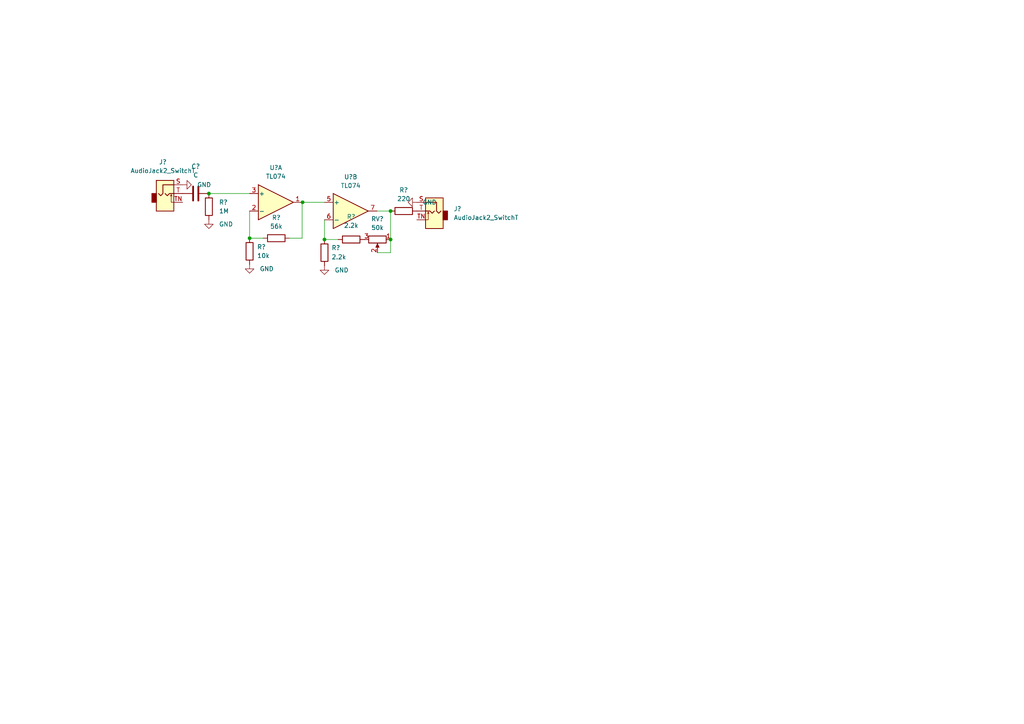
<source format=kicad_sch>
(kicad_sch (version 20211123) (generator eeschema)
  (paper "A4")
  (lib_symbols
    (symbol "Amplifier_Operational:TL074" (pin_names (offset 0.127))
      (property "Reference" "U" (at 0 5.08 0))
      (property "Value" "TL074" (at 0 -5.08 0))
      (symbol "TL074_1_1"
        (polyline (pts (xy -5.08 5.08) (xy 5.08 0) (xy -5.08 -5.08) (xy -5.08 5.08)) (stroke (width 0.254)) (fill (type background)))
        (pin output line (at 7.62 0 180) (length 2.54) (name "~") (number "1"))
        (pin input line (at -7.62 -2.54 0) (length 2.54) (name "-") (number "2"))
        (pin input line (at -7.62 2.54 0) (length 2.54) (name "+") (number "3"))
      )
      (symbol "TL074_2_1"
        (polyline (pts (xy -5.08 5.08) (xy 5.08 0) (xy -5.08 -5.08) (xy -5.08 5.08)) (stroke (width 0.254)) (fill (type background)))
        (pin input line (at -7.62 2.54 0) (length 2.54) (name "+") (number "5"))
        (pin input line (at -7.62 -2.54 0) (length 2.54) (name "-") (number "6"))
        (pin output line (at 7.62 0 180) (length 2.54) (name "~") (number "7"))
      )
      (symbol "TL074_3_1"
        (polyline (pts (xy -5.08 5.08) (xy 5.08 0) (xy -5.08 -5.08) (xy -5.08 5.08)) (stroke (width 0.254)) (fill (type background)))
        (pin input line (at -7.62 2.54 0) (length 2.54) (name "+") (number "10"))
        (pin output line (at 7.62 0 180) (length 2.54) (name "~") (number "8"))
        (pin input line (at -7.62 -2.54 0) (length 2.54) (name "-") (number "9"))
      )
      (symbol "TL074_4_1"
        (polyline (pts (xy -5.08 5.08) (xy 5.08 0) (xy -5.08 -5.08) (xy -5.08 5.08)) (stroke (width 0.254)) (fill (type background)))
        (pin input line (at -7.62 2.54 0) (length 2.54) (name "+") (number "12"))
        (pin input line (at -7.62 -2.54 0) (length 2.54) (name "-") (number "13"))
        (pin output line (at 7.62 0 180) (length 2.54) (name "~") (number "14"))
      )
      (symbol "TL074_5_1"
        (pin power_in line (at -2.54 -7.62 90) (length 3.81) (name "V-") (number "11"))
        (pin power_in line (at -2.54 7.62 270) (length 3.81) (name "V+") (number "4"))
      )
    )
    (symbol "Connector:AudioJack2_SwitchT"
      (property "Reference" "J" (at 0 8.89 0))
      (property "Value" "AudioJack2_SwitchT" (at 0 6.35 0))
      (symbol "AudioJack2_SwitchT_0_1"
        (rectangle (start -2.54 0) (end -3.81 -2.54) (stroke (width 0.254)) (fill (type outline)))
        (polyline (pts (xy 1.778 -0.254) (xy 2.032 -0.762)))
        (polyline (pts (xy 0 0) (xy 0.635 -0.635) (xy 1.27 0) (xy 2.54 0)) (stroke (width 0.254)))
        (polyline (pts (xy 2.54 -2.54) (xy 1.778 -2.54) (xy 1.778 -0.254) (xy 1.524 -0.762)))
        (polyline (pts (xy 2.54 2.54) (xy -0.635 2.54) (xy -0.635 0) (xy -1.27 -0.635) (xy -1.905 0)) (stroke (width 0.254)))
        (rectangle (start 2.54 3.81) (end -2.54 -5.08) (stroke (width 0.254)) (fill (type background)))
      )
      (symbol "AudioJack2_SwitchT_1_1"
        (pin passive line (at 5.08 2.54 180) (length 2.54) (name "~") (number "S"))
        (pin passive line (at 5.08 0 180) (length 2.54) (name "~") (number "T"))
        (pin passive line (at 5.08 -2.54 180) (length 2.54) (name "~") (number "TN"))
      )
    )
    (symbol "Device:C" (pin_numbers hide) (pin_names (offset 0.254))
      (property "Reference" "C" (at 0.635 2.54 0))
      (property "Value" "C" (at 0.635 -2.54 0))
      (symbol "C_0_1"
        (polyline (pts (xy -2.032 -0.762) (xy 2.032 -0.762)) (stroke (width 0.508)))
        (polyline (pts (xy -2.032 0.762) (xy 2.032 0.762)) (stroke (width 0.508)))
      )
      (symbol "C_1_1"
        (pin passive line (at 0 3.81 270) (length 2.794) (name "~") (number "1"))
        (pin passive line (at 0 -3.81 90) (length 2.794) (name "~") (number "2"))
      )
    )
    (symbol "Device:R" (pin_numbers hide) (pin_names (offset 0))
      (property "Reference" "R" (at 2.032 0 90))
      (property "Value" "R" (at 0 0 90))
      (symbol "R_0_1"
        (rectangle (start -1.016 -2.54) (end 1.016 2.54) (stroke (width 0.254)))
      )
      (symbol "R_1_1"
        (pin passive line (at 0 3.81 270) (length 1.27) (name "~") (number "1"))
        (pin passive line (at 0 -3.81 90) (length 1.27) (name "~") (number "2"))
      )
    )
    (symbol "Device:R_Potentiometer" (pin_names (offset 1.016) hide)
      (property "Reference" "RV" (at -4.445 0 90))
      (property "Value" "R_Potentiometer" (at -2.54 0 90))
      (symbol "R_Potentiometer_0_1"
        (polyline (pts (xy 2.54 0) (xy 1.524 0)))
        (polyline (pts (xy 1.143 0) (xy 2.286 0.508) (xy 2.286 -0.508) (xy 1.143 0)) (fill (type outline)))
        (rectangle (start 1.016 2.54) (end -1.016 -2.54) (stroke (width 0.254)))
      )
      (symbol "R_Potentiometer_1_1"
        (pin passive line (at 0 3.81 270) (length 1.27) (name "1") (number "1"))
        (pin passive line (at 3.81 0 180) (length 1.27) (name "2") (number "2"))
        (pin passive line (at 0 -3.81 90) (length 1.27) (name "3") (number "3"))
      )
    )
    (symbol "power:GND" (power) (pin_names (offset 0))
      (property "Value" "GND" (at 0 -3.81 0))
      (symbol "GND_0_1"
        (polyline (pts (xy 0 0) (xy 0 -1.27) (xy 1.27 -1.27) (xy 0 -2.54) (xy -1.27 -1.27) (xy 0 -1.27)))
      )
      (symbol "GND_1_1"
        (pin power_in line (at 0 0 270) (length 0) hide (name "GND") (number "1"))
      )
    )
  )
  (junction (at 113.284 61.214))
  (junction (at 113.284 69.469))
  (junction (at 94.107 69.469))
  (junction (at 87.757 58.674))
  (junction (at 60.579 56.134))
  (junction (at 72.39 69.088))
  (wire (pts (xy 94.107 69.469) (xy 98.044 69.469)))
  (wire (pts (xy 94.107 63.754) (xy 94.107 69.469)))
  (wire (pts (xy 87.63 69.088) (xy 83.947 69.088)))
  (wire (pts (xy 113.284 73.279) (xy 113.284 69.469)))
  (wire (pts (xy 87.63 58.674) (xy 87.63 69.088)))
  (wire (pts (xy 113.284 61.214) (xy 113.284 69.469)))
  (wire (pts (xy 72.39 61.214) (xy 72.39 69.088)))
  (wire (pts (xy 109.474 73.279) (xy 113.284 73.279)))
  (wire (pts (xy 60.579 56.134) (xy 72.39 56.134)))
  (wire (pts (xy 72.39 69.088) (xy 76.327 69.088)))
  (wire (pts (xy 109.347 61.214) (xy 113.284 61.214)))
  (wire (pts (xy 87.757 58.674) (xy 94.107 58.674)))
  (symbol (lib_id "Device:R") (at 117.094 61.214 270) (unit 1)
    (property "Reference" "R?" (at 117.094 55.118 90))
    (property "Value" "220" (at 117.094 57.658 90))
  )
  (symbol (lib_id "Device:R") (at 60.579 59.944 0) (unit 1)
    (property "Reference" "R?" (at 63.5 58.6739 0) (effects (justify left)))
    (property "Value" "1M" (at 63.5 61.2139 0) (effects (justify left)))
  )
  (symbol (lib_id "Device:R") (at 101.854 69.469 270) (unit 1)
    (property "Reference" "R?" (at 101.854 62.865 90))
    (property "Value" "2.2k" (at 101.854 65.405 90))
  )
  (symbol (lib_id "power:GND") (at 120.904 58.674 270) (mirror x) (unit 1)
    (property "Reference" "#PWR?" (effects hide))
    (property "Value" "GND" (at 122.555 58.6739 90) (effects (justify left)))
  )
  (symbol (lib_id "power:GND") (at 94.107 77.089 0) (unit 1)
    (property "Reference" "#PWR?" (effects hide))
    (property "Value" "GND" (at 97.028 78.3589 0) (effects (justify left)))
  )
  (symbol (lib_id "power:GND") (at 60.579 63.754 0) (unit 1)
    (property "Reference" "#PWR?" (effects hide))
    (property "Value" "GND" (at 63.5 65.0239 0) (effects (justify left)))
  )
  (symbol (lib_id "power:GND") (at 52.959 53.594 90) (unit 1)
    (property "Reference" "#PWR?" (effects hide))
    (property "Value" "GND" (at 57.15 53.5939 90) (effects (justify right)))
  )
  (symbol (lib_id "power:GND") (at 72.39 76.708 0) (unit 1)
    (property "Reference" "#PWR?" (effects hide))
    (property "Value" "GND" (at 75.311 77.9779 0) (effects (justify left)))
  )
  (symbol (lib_id "Connector:AudioJack2_SwitchT") (at 47.879 56.134 0) (unit 1)
    (property "Reference" "J?" (at 47.244 46.99 0))
    (property "Value" "AudioJack2_SwitchT" (at 47.244 49.53 0))
  )
  (symbol (lib_id "Device:R_Potentiometer") (at 109.474 69.469 270) (unit 1)
    (property "Reference" "RV?" (at 109.474 63.5 90))
    (property "Value" "50k" (at 109.474 66.04 90))
  )
  (symbol (lib_id "Connector:AudioJack2_SwitchT") (at 125.984 61.214 0) (mirror y) (unit 1)
    (property "Reference" "J?" (at 131.572 60.5789 0) (effects (justify right)))
    (property "Value" "AudioJack2_SwitchT" (at 131.572 63.1189 0) (effects (justify right)))
  )
  (symbol (lib_id "Amplifier_Operational:TL074") (at 101.727 61.214 0) (unit 2)
    (property "Reference" "U?" (at 101.727 51.308 0))
    (property "Value" "TL074" (at 101.727 53.848 0))
    (property "Datasheet" "http://www.ti.com/lit/ds/symlink/tl071.pdf" (effects hide))
  )
  (symbol (lib_id "Device:R") (at 72.39 72.898 0) (unit 1)
    (property "Reference" "R?" (at 74.549 71.6279 0) (effects (justify left)))
    (property "Value" "10k" (at 74.549 74.1679 0) (effects (justify left)))
  )
  (symbol (lib_id "Device:C") (at 56.769 56.134 90) (unit 1)
    (property "Reference" "C?" (at 56.769 48.26 90))
    (property "Value" "C" (at 56.769 50.8 90))
  )
  (symbol (lib_id "Device:R") (at 80.137 69.088 90) (unit 1)
    (property "Reference" "R?" (at 80.137 63.119 90))
    (property "Value" "56k" (at 80.137 65.659 90))
  )
  (symbol (lib_id "Device:R") (at 94.107 73.279 180) (unit 1)
    (property "Reference" "R?" (at 96.139 71.8819 0) (effects (justify right)))
    (property "Value" "2.2k" (at 96.139 74.5489 0) (effects (justify right)))
  )
  (symbol (lib_id "Amplifier_Operational:TL074") (at 80.01 58.674 0) (unit 1)
    (property "Reference" "U?" (at 80.01 48.641 0))
    (property "Value" "TL074" (at 80.01 51.181 0))
    (property "Datasheet" "http://www.ti.com/lit/ds/symlink/tl071.pdf" (effects hide))
  )
)
</source>
